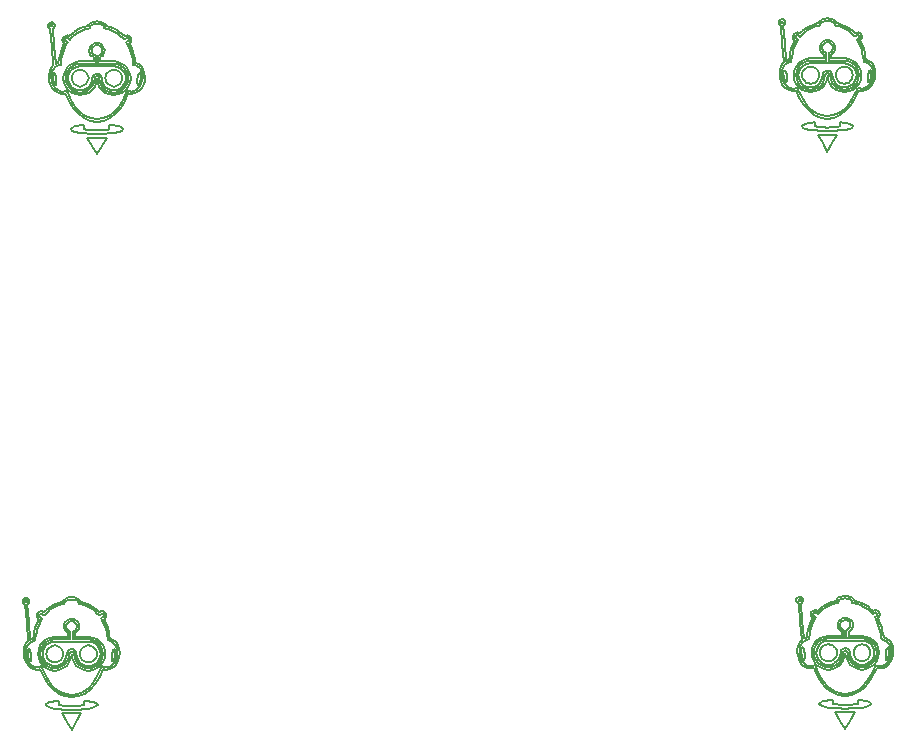
<source format=gbr>
G04 EasyPC Gerber Version 21.0.3 Build 4286 *
G04 #@! TF.Part,Single*
G04 #@! TF.FileFunction,Legend,Bot *
G04 #@! TF.FilePolarity,Positive *
%FSLAX35Y35*%
%MOIN*%
%ADD100C,0.00591*%
X0Y0D02*
D02*
D100*
X45352Y114862D02*
X45434Y114892D01*
X45522Y114908*
X45609Y114891*
X45691Y114862*
X45759Y114811*
X45811Y114742*
X45845Y114659*
X45857Y114572*
X45850Y114502*
X45828Y114435*
X45796Y114380*
X45754Y114333*
X45710Y114300*
X45662Y114270*
X45607Y114245*
X45552Y114220*
X45492Y114237*
X45432Y114254*
X45372Y114281*
X45316Y114314*
X45264Y114362*
X45224Y114422*
X45196Y114495*
X45187Y114572*
X45199Y114659*
X45232Y114742*
X45285Y114811*
X45352Y114862*
X46367Y98768D02*
X46215Y98657D01*
X46127Y98450*
X46043Y98053*
X46023Y97681*
X46032Y97160*
X46077Y96625*
X46159Y96106*
X46275Y95606*
X46386Y95250*
X46556Y94888*
X46685Y94703*
X46861Y94616*
X46879Y94617D02*
X47031Y94728D01*
X47119Y94935*
X47202Y95331*
X47223Y95703*
X47215Y96228*
X47169Y96760*
X47083Y97269*
X46971Y97780*
X46868Y98162*
X46691Y98498*
X46548Y98641*
X46385Y98768*
X53813Y306787D02*
X53895Y306817D01*
X53983Y306833*
X54070Y306817*
X54152Y306787*
X54220Y306736*
X54272Y306667*
X54306Y306585*
X54318Y306497*
X54311Y306427*
X54289Y306360*
X54257Y306306*
X54215Y306259*
X54171Y306225*
X54123Y306195*
X54068Y306170*
X54013Y306145*
X53953Y306162*
X53893Y306179*
X53833Y306206*
X53777Y306239*
X53725Y306287*
X53685Y306347*
X53657Y306420*
X53648Y306497*
X53660Y306585*
X53693Y306667*
X53746Y306736*
X53813Y306787*
X54828Y290693D02*
X54676Y290582D01*
X54588Y290376*
X54504Y289978*
X54484Y289607*
X54493Y289085*
X54538Y288550*
X54620Y288031*
X54736Y287531*
X54847Y287175*
X55017Y286813*
X55146Y286628*
X55322Y286541*
X55096Y94152D02*
X54358Y94287D01*
X53671Y94537*
X53099Y94969*
X52658Y95550*
X52371Y96239*
X52272Y96975*
X52371Y97713*
X52658Y98400*
X53099Y98972*
X53670Y99413*
X54358Y99700*
X55096Y99798*
X55834Y99700*
X56521Y99413*
X57093Y98972*
X57534Y98400*
X57821Y97713*
X57920Y96975*
X57821Y96239*
X57534Y95550*
X57093Y94969*
X56521Y94537*
X55834Y94287*
X55096Y94152*
Y101037D02*
X54035Y100842D01*
X53046Y100482*
X52224Y99860*
X51588Y99024*
X51175Y98032*
X51032Y96974*
X51175Y95914*
X51588Y94925*
X52223Y94102*
X53046Y93466*
X54036Y93053*
X55096Y92911*
X56154Y93053*
X57145Y93466*
X57982Y94102*
X58604Y94925*
X58965Y95913*
X59160Y96974*
X59235Y97379*
X59372Y97755*
X59609Y98069*
X59928Y98311*
X60306Y98469*
X60709Y98523*
X61111Y98469*
X61489Y98311*
X61808Y98069*
X62045Y97755*
X62182Y97379*
X62257Y96974*
X62452Y95913*
X62812Y94925*
X63434Y94102*
X64271Y93466*
X65263Y93053*
X66320Y92910*
X67381Y93053*
X68370Y93466*
X69193Y94102*
X69829Y94925*
X70242Y95914*
X70385Y96974*
X70242Y98032*
X69829Y99024*
X69193Y99860*
X68370Y100482*
X67382Y100842*
X66320Y101037*
X55096*
X55340Y286542D02*
X55493Y286653D01*
X55580Y286860*
X55663Y287256*
X55684Y287628*
X55676Y288153*
X55630Y288685*
X55544Y289194*
X55432Y289705*
X55329Y290087*
X55152Y290423*
X55009Y290566*
X54846Y290693*
X57532Y92806D02*
X56352Y92378D01*
X55096Y92145*
X53834Y92378*
X52660Y92806*
X51682Y93544*
X50926Y94539*
X50435Y95719*
X50266Y96975*
X50435Y98231*
X50926Y99411*
X51682Y100405*
X52660Y101144*
X53834Y101572*
X55096Y101804*
X60325*
Y104485*
X59956Y104630*
X59618Y104822*
X59339Y105091*
X59129Y105422*
X58994Y105802*
X58947Y106202*
X59009Y106661*
X59187Y107091*
X59463Y107447*
X59819Y107722*
X60248Y107901*
X60708Y107963*
X61169Y107901*
X61597Y107722*
X61954Y107447*
X62229Y107091*
X62408Y106661*
X62469Y106202*
X62423Y105802*
X62287Y105422*
X62077Y105090*
X61799Y104821*
X61460Y104630*
X61091Y104485*
Y101804*
X66320*
X67582Y101572*
X68756Y101144*
X69734Y100405*
X70490Y99411*
X70981Y98232*
X71150Y96975*
X70981Y95715*
X70490Y94539*
X69735Y93561*
X68756Y92806*
X67581Y92314*
X66320Y92145*
X65063Y92314*
X63884Y92806*
X62890Y93561*
X62150Y94539*
X61723Y95713*
X61490Y96975*
X61453Y97179*
X61383Y97370*
X61264Y97528*
X61103Y97650*
X60911Y97730*
X60708Y97757*
X60505Y97730*
X60313Y97650*
X60152Y97528*
X60033Y97370*
X59963Y97179*
X59926Y96975*
X59694Y95717*
X59266Y94539*
X58526Y93545*
X57532Y92806*
X59559Y103951D02*
Y102570D01*
X55096*
X53634Y102300*
X52274Y101805*
X51141Y100948*
X50265Y99796*
X49696Y98431*
X49500Y96974*
X49696Y95514*
X50265Y94152*
X51140Y93019*
X52274Y92143*
X53636Y91574*
X55096Y91378*
X56553Y91574*
X57919Y92143*
X59075Y93019*
X59937Y94152*
X60443Y95512*
X60725Y96974*
X60994Y95513*
X61490Y94152*
X62346Y93019*
X63499Y92143*
X64865Y91574*
X66321Y91378*
X67781Y91574*
X69143Y92143*
X70277Y93019*
X71152Y94152*
X71721Y95514*
X71917Y96974*
X71721Y98431*
X71152Y99796*
X70276Y100948*
X69143Y101805*
X67783Y102300*
X66321Y102570*
X61858*
Y103951*
X62241Y104208*
X62587Y104505*
X62863Y104866*
X63064Y105278*
X63193Y105733*
X63236Y106202*
X63147Y106861*
X62891Y107476*
X62495Y107988*
X61983Y108383*
X61369Y108640*
X60709Y108729*
X60049Y108640*
X59435Y108383*
X58922Y107988*
X58527Y107476*
X58271Y106861*
X58182Y106202*
X58224Y105733*
X58353Y105278*
X58555Y104866*
X58831Y104505*
X59176Y104208*
X59559Y103951*
X62211Y115664D02*
X61460Y115809D01*
X60708Y115883*
X59956Y115809*
X59204Y115664*
X58605Y115444*
X58101Y115087*
X57821Y114705*
X57598Y114270*
X56393Y113941*
X55215Y113535*
X54165Y113031*
X53187Y112399*
X52320Y111679*
X51500Y110902*
X51371Y110992*
X51237Y111072*
X51092Y111137*
X50939Y111183*
X50778Y111211*
X50615Y111221*
X50245Y111172*
X49899Y111028*
X49612Y110807*
X49391Y110520*
X49247Y110175*
X49197Y109806*
X49219Y109561*
X49282Y109324*
X49381Y109107*
X49517Y108914*
X49684Y108751*
X49869Y108605*
X49393Y107623*
X48960Y106624*
X48589Y105546*
X48302Y104443*
X48073Y103272*
X47884Y102094*
X47714Y102051*
X47545Y102002*
X47383Y101946*
X47224Y101881*
X47071Y101810*
X46920Y101734*
X46452Y107655*
X45983Y113576*
X46157Y113686*
X46316Y113815*
X46445Y113974*
X46540Y114157*
X46601Y114361*
X46622Y114573*
X46583Y114861*
X46472Y115129*
X46300Y115352*
X46076Y115524*
X45808Y115636*
X45520Y115674*
X45232Y115636*
X44964Y115524*
X44741Y115352*
X44569Y115129*
X44457Y114861*
X44419Y114573*
X44446Y114334*
X44524Y114106*
X44645Y113905*
X44807Y113739*
X45004Y113615*
X45219Y113518*
X45706Y107367*
X46192Y101215*
X45659Y100554*
X45211Y99846*
X44898Y98996*
X44746Y98093*
X44723Y97101*
X44838Y96120*
X45165Y94945*
X45707Y93851*
X46380Y92993*
X47228Y92315*
X48186Y91899*
X49214Y91750*
X49337Y91752*
X49460Y91759*
X49585Y91769*
X49709Y91782*
X49835Y91800*
X49961Y91822*
X50003Y91831*
X50045Y91841*
X50087Y91851*
X50129Y91863*
X50170Y91874*
X50211Y91885*
X51373Y89424*
X52764Y87105*
X54387Y85244*
X56369Y83752*
X58466Y82830*
X60707Y82487*
X62947Y82830*
X65044Y83752*
X67026Y85244*
X68649Y87105*
X70040Y89424*
X71201Y91885*
X71243Y91873*
X71326Y91851*
X71368Y91841*
X71410Y91831*
X71452Y91822*
X71578Y91800*
X71704Y91783*
X71828Y91769*
X71953Y91759*
X72076Y91753*
X72199Y91751*
X73227Y91899*
X74185Y92316*
X75033Y92994*
X75704Y93851*
X76246Y94946*
X76574Y96121*
X76699Y97451*
X76554Y98792*
X76169Y99950*
X75504Y100927*
X74590Y101593*
X73527Y102095*
X73338Y103276*
X73109Y104450*
X72820Y105555*
X72449Y106635*
X72014Y107636*
X71536Y108620*
X71714Y108767*
X71875Y108929*
X72005Y109120*
X72100Y109334*
X72160Y109567*
X72180Y109807*
X72131Y110176*
X71987Y110521*
X71766Y110808*
X71479Y111029*
X71134Y111173*
X70765Y111222*
X70605Y111213*
X70447Y111185*
X70298Y111142*
X70156Y111081*
X70025Y111004*
X69898Y110919*
X69080Y111693*
X68215Y112409*
X67239Y113038*
X66191Y113539*
X65017Y113943*
X63816Y114270*
X63594Y114706*
X63315Y115087*
X62811Y115444*
X62211Y115664*
X63557Y286077D02*
X62819Y286212D01*
X62132Y286462*
X61560Y286894*
X61119Y287475*
X60832Y288165*
X60733Y288900*
X60832Y289638*
X61119Y290326*
X61560Y290897*
X62131Y291338*
X62819Y291625*
X63557Y291723*
X64295Y291625*
X64982Y291338*
X65554Y290897*
X65995Y290326*
X66282Y289638*
X66381Y288900*
X66282Y288165*
X65995Y287475*
X65554Y286894*
X64982Y286462*
X64295Y286212*
X63557Y286077*
Y292963D02*
X62496Y292767D01*
X61507Y292407*
X60685Y291785*
X60049Y290949*
X59636Y289957*
X59493Y288900*
X59636Y287839*
X60049Y286850*
X60684Y286027*
X61507Y285391*
X62497Y284978*
X63557Y284836*
X64615Y284978*
X65606Y285391*
X66443Y286027*
X67065Y286850*
X67426Y287838*
X67621Y288900*
X67696Y289304*
X67833Y289680*
X68070Y289994*
X68389Y290236*
X68767Y290394*
X69170Y290448*
X69572Y290394*
X69950Y290236*
X70269Y289994*
X70506Y289680*
X70643Y289304*
X70718Y288900*
X70913Y287838*
X71273Y286850*
X71895Y286027*
X72732Y285391*
X73724Y284978*
X74781Y284835*
X75842Y284978*
X76831Y285391*
X77654Y286027*
X78290Y286850*
X78703Y287839*
X78846Y288900*
X78703Y289957*
X78290Y290949*
X77654Y291785*
X76831Y292407*
X75843Y292767*
X74781Y292963*
X63557*
X63950Y77151D02*
X62329Y74344D01*
X60708Y71537*
X59087Y74344*
X57466Y77151*
X63950*
X65993Y284731D02*
X64813Y284303D01*
X63557Y284070*
X62295Y284303*
X61121Y284731*
X60143Y285469*
X59387Y286464*
X58896Y287644*
X58727Y288900*
X58896Y290156*
X59387Y291336*
X60143Y292330*
X61121Y293069*
X62295Y293497*
X63557Y293730*
X68786*
Y296411*
X68417Y296555*
X68079Y296747*
X67800Y297016*
X67590Y297347*
X67455Y297728*
X67408Y298127*
X67470Y298587*
X67648Y299016*
X67924Y299372*
X68280Y299647*
X68709Y299826*
X69169Y299888*
X69630Y299826*
X70058Y299647*
X70415Y299372*
X70690Y299016*
X70869Y298587*
X70930Y298127*
X70884Y297727*
X70748Y297347*
X70538Y297015*
X70260Y296746*
X69921Y296555*
X69552Y296411*
Y293730*
X74781*
X76043Y293497*
X77217Y293069*
X78195Y292330*
X78951Y291336*
X79442Y290157*
X79611Y288900*
X79442Y287640*
X78951Y286464*
X78196Y285486*
X77217Y284731*
X76042Y284239*
X74781Y284070*
X73524Y284239*
X72345Y284731*
X71351Y285486*
X70611Y286464*
X70184Y287639*
X69951Y288900*
X69914Y289104*
X69844Y289295*
X69725Y289453*
X69564Y289576*
X69372Y289655*
X69169Y289682*
X68966Y289655*
X68774Y289576*
X68613Y289453*
X68494Y289295*
X68424Y289104*
X68387Y288900*
X68155Y287642*
X67727Y286464*
X66987Y285470*
X65993Y284731*
X66320Y94152D02*
X65582Y94287D01*
X64895Y94537*
X64324Y94969*
X63882Y95550*
X63595Y96239*
X63497Y96975*
X63595Y97713*
X63882Y98400*
X64323Y98972*
X64894Y99413*
X65582Y99700*
X66320Y99798*
X67058Y99699*
X67745Y99413*
X68317Y98972*
X68758Y98400*
X69045Y97713*
X69144Y96975*
X69045Y96239*
X68758Y95550*
X68317Y94969*
X67745Y94537*
X67058Y94287*
X66320Y94152*
X67231Y81029D02*
X66072Y81206D01*
X64889Y81383*
Y79967*
X64603Y79909*
X64317Y79855*
X63568Y79737*
X62815Y79649*
X61763Y79567*
X60708Y79538*
X59653Y79567*
X58600Y79649*
X57848Y79737*
X57099Y79855*
X56812Y79909*
X56526Y79967*
Y81383*
X55343Y81206*
X54184Y81029*
X53407Y80878*
X52625Y80544*
X52257Y80269*
X52059Y79967*
X52407Y79501*
X53240Y79149*
X54909Y78724*
X56343Y78568*
X58456Y78418*
X60708Y78347*
X62960Y78418*
X65073Y78568*
X66507Y78724*
X68176Y79149*
X69008Y79501*
X69356Y79967*
X69158Y80269*
X68790Y80544*
X68008Y80878*
X67231Y81029*
X68020Y295876D02*
Y294495D01*
X63557*
X62095Y294225*
X60735Y293730*
X59602Y292873*
X58726Y291722*
X58157Y290356*
X57961Y288900*
X58157Y287439*
X58726Y286077*
X59601Y284944*
X60735Y284069*
X62097Y283500*
X63557Y283303*
X65014Y283500*
X66380Y284069*
X67536Y284944*
X68398Y286077*
X68904Y287437*
X69186Y288900*
X69456Y287438*
X69951Y286078*
X70807Y284944*
X71960Y284069*
X73326Y283500*
X74782Y283303*
X76243Y283500*
X77604Y284069*
X78738Y284944*
X79613Y286077*
X80182Y287439*
X80378Y288900*
X80182Y290356*
X79613Y291722*
X78737Y292874*
X77604Y293730*
X76244Y294226*
X74782Y294495*
X70319*
Y295876*
X70702Y296133*
X71048Y296430*
X71324Y296791*
X71525Y297204*
X71654Y297658*
X71697Y298127*
X71608Y298786*
X71352Y299401*
X70956Y299913*
X70444Y300308*
X69830Y300565*
X69170Y300654*
X68510Y300565*
X67896Y300308*
X67383Y299913*
X66988Y299402*
X66732Y298786*
X66643Y298127*
X66685Y297658*
X66814Y297204*
X67016Y296791*
X67292Y296430*
X67637Y296133*
X68020Y295876*
X70483Y92145D02*
X69340Y89717D01*
X67958Y87439*
X66430Y85725*
X64571Y84357*
X62699Y83552*
X60707Y83253*
X58716Y83552*
X56844Y84358*
X54985Y85725*
X53457Y87439*
X52075Y89717*
X50931Y92145*
X50812Y92472*
X50693Y92800*
X50019Y92624*
X49982Y92614*
X49946Y92604*
X70483Y92146D02*
X70603Y92474D01*
X70722Y92801*
X71059Y92713*
X71397Y92626*
X71433Y92616*
X71470Y92606*
X71492Y92601*
X71513Y92594*
X71535Y92588*
X71556Y92582*
X71578Y92578*
X71600Y92572*
X71700Y92553*
X71800Y92540*
X71901Y92530*
X72002Y92522*
X72101Y92517*
X72201Y92516*
X73041Y92641*
X73821Y92989*
X74528Y93567*
X75083Y94294*
X75543Y95245*
X75824Y96262*
X75939Y97428*
X75820Y98605*
X75504Y99578*
X74952Y100398*
X74217Y100937*
X73362Y101347*
X72835Y101465*
X72769Y102000*
X72583Y103157*
X72357Y104308*
X72080Y105364*
X71723Y106394*
X71315Y107328*
X70869Y108246*
X70522Y108870*
X71119Y109260*
X71204Y109329*
X71279Y109406*
X71338Y109494*
X71381Y109593*
X71408Y109697*
X71417Y109805*
X71394Y109974*
X71328Y110133*
X71226Y110264*
X71094Y110366*
X70937Y110431*
X70767Y110454*
X70685Y110448*
X70603Y110432*
X70535Y110409*
X70470Y110379*
X70420Y110348*
X70371Y110314*
X70092Y110097*
X69813Y109880*
X69574Y110141*
X69335Y110401*
X68552Y111137*
X67724Y111817*
X66810Y112397*
X65830Y112859*
X64759Y113222*
X63665Y113519*
X63402Y113572*
X63139Y113625*
X63100Y113891*
X63060Y114156*
X62903Y114380*
X62724Y114579*
X62344Y114815*
X61904Y114955*
X61305Y115059*
X60708Y115117*
X60111Y115059*
X59512Y114955*
X59072Y114815*
X58692Y114579*
X58513Y114380*
X58356Y114156*
X58316Y113891*
X58276Y113626*
X58013Y113573*
X57750Y113520*
X56654Y113222*
X55580Y112857*
X54597Y112393*
X53681Y111810*
X52851Y111126*
X52065Y110386*
X51822Y110119*
X51579Y109853*
X51299Y110080*
X51019Y110306*
X50969Y110342*
X50917Y110375*
X50851Y110407*
X50781Y110432*
X50699Y110450*
X50615Y110456*
X50445Y110433*
X50286Y110367*
X50154Y110265*
X50052Y110134*
X49986Y109975*
X49963Y109806*
X49973Y109697*
X50001Y109591*
X50045Y109491*
X50107Y109402*
X50185Y109325*
X50273Y109256*
X50583Y109063*
X50893Y108871*
X50716Y108552*
X50539Y108234*
X50094Y107316*
X49688Y106382*
X49332Y105354*
X49055Y104300*
X48830Y103154*
X48644Y102000*
X48611Y101732*
X48578Y101464*
X48314Y101406*
X48050Y101347*
X47917Y101313*
X47785Y101274*
X47656Y101230*
X47530Y101179*
X47406Y101121*
X47285Y101060*
X47129Y100976*
X46973Y100891*
X46841Y100770*
X46710Y100652*
X46263Y100090*
X45890Y99490*
X45629Y98757*
X45505Y97978*
X45490Y97116*
X45591Y96263*
X45870Y95246*
X46331Y94296*
X46888Y93568*
X47594Y92990*
X48375Y92641*
X49214Y92517*
X49315Y92517*
X49415Y92523*
X49515Y92530*
X49616Y92541*
X49718Y92555*
X49819Y92573*
X49840Y92577*
X49861Y92583*
X49881Y92587*
X49903Y92593*
X49924Y92598*
X49946Y92606*
X70672Y307589D02*
X69921Y307734D01*
X69169Y307808*
X68417Y307734*
X67665Y307589*
X67066Y307369*
X66562Y307013*
X66282Y306630*
X66059Y306195*
X64854Y305866*
X63676Y305460*
X62626Y304956*
X61648Y304324*
X60781Y303604*
X59961Y302827*
X59832Y302917*
X59698Y302998*
X59553Y303062*
X59400Y303108*
X59239Y303137*
X59076Y303146*
X58706Y303097*
X58360Y302953*
X58073Y302732*
X57852Y302445*
X57708Y302100*
X57658Y301731*
X57680Y301486*
X57743Y301249*
X57842Y301033*
X57978Y300839*
X58145Y300676*
X58330Y300530*
X57854Y299548*
X57421Y298549*
X57050Y297472*
X56763Y296369*
X56534Y295198*
X56345Y294020*
X56175Y293976*
X56006Y293927*
X55844Y293871*
X55685Y293807*
X55532Y293735*
X55381Y293659*
X54913Y299580*
X54444Y305502*
X54619Y305611*
X54777Y305740*
X54906Y305899*
X55001Y306082*
X55062Y306287*
X55083Y306498*
X55044Y306786*
X54933Y307054*
X54761Y307278*
X54537Y307450*
X54269Y307561*
X53981Y307600*
X53693Y307561*
X53425Y307449*
X53202Y307277*
X53030Y307054*
X52918Y306786*
X52880Y306498*
X52907Y306259*
X52985Y306031*
X53106Y305830*
X53268Y305664*
X53465Y305541*
X53680Y305443*
X54167Y299292*
X54653Y293140*
X54120Y292479*
X53672Y291771*
X53359Y290921*
X53207Y290018*
X53184Y289026*
X53299Y288045*
X53626Y286870*
X54169Y285776*
X54841Y284919*
X55689Y284241*
X56647Y283824*
X57675Y283676*
X57798Y283677*
X57921Y283684*
X58046Y283694*
X58170Y283707*
X58296Y283725*
X58422Y283747*
X58464Y283756*
X58506Y283766*
X58548Y283776*
X58590Y283788*
X58631Y283799*
X58672Y283810*
X59834Y281349*
X61225Y279030*
X62848Y277170*
X64830Y275677*
X66927Y274755*
X69168Y274413*
X71408Y274755*
X73506Y275677*
X75487Y277170*
X77110Y279030*
X78501Y281349*
X79662Y283810*
X79704Y283798*
X79787Y283776*
X79829Y283766*
X79871Y283756*
X79913Y283747*
X80039Y283725*
X80165Y283708*
X80289Y283694*
X80414Y283684*
X80537Y283678*
X80660Y283676*
X81688Y283824*
X82646Y284241*
X83494Y284919*
X84165Y285776*
X84707Y286871*
X85035Y288046*
X85160Y289376*
X85015Y290717*
X84630Y291875*
X83965Y292852*
X83051Y293518*
X81988Y294020*
X81799Y295201*
X81570Y296375*
X81281Y297480*
X80910Y298560*
X80475Y299561*
X79997Y300545*
X80175Y300692*
X80336Y300854*
X80466Y301046*
X80561Y301259*
X80621Y301492*
X80641Y301732*
X80592Y302101*
X80448Y302446*
X80227Y302733*
X79940Y302954*
X79595Y303098*
X79226Y303147*
X79066Y303138*
X78908Y303110*
X78759Y303067*
X78617Y303006*
X78486Y302930*
X78359Y302844*
X77541Y303618*
X76676Y304335*
X75700Y304963*
X74652Y305464*
X73478Y305868*
X72277Y306195*
X72055Y306631*
X71776Y307013*
X71272Y307369*
X70672Y307589*
X72411Y269076D02*
X70790Y266269D01*
X69169Y263462*
X67548Y266269*
X65927Y269076*
X72411*
X74523Y94616D02*
X74698Y94702D01*
X74828Y94888*
X74998Y95250*
X75109Y95606*
X75224Y96105*
X75307Y96625*
X75352Y97160*
X75361Y97681*
X75341Y98052*
X75256Y98450*
X75169Y98660*
X75015Y98768*
X74781Y286077D02*
X74043Y286212D01*
X73356Y286462*
X72785Y286894*
X72343Y287475*
X72056Y288165*
X71958Y288900*
X72056Y289638*
X72343Y290326*
X72784Y290897*
X73356Y291338*
X74043Y291625*
X74781Y291723*
X75519Y291624*
X76206Y291338*
X76778Y290897*
X77219Y290325*
X77506Y289638*
X77606Y288900*
X77506Y288165*
X77219Y287475*
X76778Y286894*
X76206Y286462*
X75519Y286212*
X74781Y286077*
X74997Y98768D02*
X74834Y98640D01*
X74692Y98497*
X74515Y98161*
X74412Y97780*
X74300Y97269*
X74215Y96760*
X74169Y96228*
X74159Y95703*
X74180Y95331*
X74263Y94935*
X74352Y94727*
X74505Y94617*
X75692Y272954D02*
X74533Y273131D01*
X73350Y273309*
Y271892*
X73064Y271835*
X72778Y271780*
X72029Y271663*
X71276Y271574*
X70224Y271493*
X69169Y271463*
X68114Y271493*
X67061Y271574*
X66309Y271663*
X65560Y271780*
X65273Y271835*
X64987Y271892*
Y273309*
X63804Y273131*
X62645Y272954*
X61868Y272803*
X61086Y272469*
X60718Y272194*
X60520Y271892*
X60869Y271426*
X61701Y271074*
X63370Y270650*
X64804Y270493*
X66917Y270343*
X69169Y270272*
X71421Y270343*
X73534Y270493*
X74968Y270650*
X76637Y271074*
X77469Y271426*
X77817Y271892*
X77619Y272194*
X77251Y272469*
X76469Y272803*
X75692Y272954*
X78944Y284070D02*
X77801Y281642D01*
X76419Y279364*
X74891Y277650*
X73032Y276283*
X71160Y275478*
X69169Y275178*
X67177Y275478*
X65306Y276283*
X63446Y277650*
X61919Y279364*
X60536Y281642*
X59393Y284070*
X59273Y284398*
X59154Y284725*
X58480Y284550*
X58443Y284539*
X58407Y284530*
X78944Y284072D02*
X79064Y284399D01*
X79183Y284726*
X79520Y284639*
X79858Y284551*
X79894Y284541*
X79931Y284531*
X79953Y284526*
X79974Y284519*
X79996Y284513*
X80017Y284507*
X80039Y284503*
X80061Y284497*
X80161Y284478*
X80261Y284465*
X80362Y284456*
X80463Y284447*
X80562Y284442*
X80662Y284441*
X81502Y284567*
X82282Y284914*
X82989Y285493*
X83544Y286220*
X84004Y287170*
X84285Y288187*
X84400Y289353*
X84281Y290530*
X83965Y291503*
X83413Y292324*
X82678Y292862*
X81823Y293272*
X81296Y293390*
X81230Y293925*
X81044Y295083*
X80819Y296233*
X80541Y297289*
X80184Y298320*
X79776Y299254*
X79330Y300171*
X78983Y300795*
X79580Y301185*
X79665Y301254*
X79740Y301331*
X79799Y301420*
X79842Y301518*
X79869Y301622*
X79878Y301730*
X79855Y301899*
X79789Y302058*
X79687Y302189*
X79556Y302291*
X79398Y302357*
X79228Y302380*
X79146Y302374*
X79064Y302357*
X78996Y302335*
X78931Y302304*
X78881Y302273*
X78832Y302239*
X78553Y302022*
X78274Y301805*
X78035Y302066*
X77796Y302326*
X77013Y303063*
X76185Y303743*
X75271Y304322*
X74291Y304784*
X73220Y305148*
X72126Y305444*
X71863Y305497*
X71600Y305550*
X71561Y305816*
X71521Y306081*
X71364Y306305*
X71185Y306504*
X70805Y306740*
X70365Y306880*
X69766Y306984*
X69169Y307042*
X68572Y306984*
X67973Y306880*
X67533Y306740*
X67153Y306504*
X66974Y306306*
X66817Y306081*
X66777Y305817*
X66737Y305551*
X66474Y305498*
X66211Y305445*
X65115Y305147*
X64041Y304782*
X63058Y304318*
X62143Y303735*
X61312Y303051*
X60526Y302311*
X60283Y302044*
X60040Y301778*
X59760Y302005*
X59480Y302231*
X59430Y302267*
X59378Y302300*
X59312Y302332*
X59242Y302357*
X59160Y302375*
X59076Y302381*
X58906Y302358*
X58747Y302292*
X58615Y302190*
X58513Y302059*
X58447Y301900*
X58424Y301731*
X58434Y301622*
X58462Y301516*
X58506Y301417*
X58568Y301327*
X58646Y301250*
X58734Y301181*
X59044Y300989*
X59354Y300796*
X59177Y300478*
X59000Y300159*
X58555Y299241*
X58149Y298307*
X57793Y297279*
X57516Y296225*
X57291Y295079*
X57105Y293925*
X57072Y293657*
X57039Y293389*
X56775Y293331*
X56511Y293272*
X56378Y293238*
X56246Y293200*
X56117Y293156*
X55991Y293104*
X55867Y293046*
X55746Y292985*
X55590Y292901*
X55434Y292816*
X55302Y292696*
X55171Y292577*
X54724Y292015*
X54351Y291415*
X54090Y290682*
X53966Y289904*
X53951Y289041*
X54052Y288188*
X54331Y287171*
X54793Y286221*
X55349Y285493*
X56056Y284915*
X56836Y284567*
X57675Y284442*
X57776Y284443*
X57876Y284448*
X57976Y284456*
X58077Y284466*
X58179Y284480*
X58280Y284498*
X58301Y284502*
X58322Y284508*
X58343Y284512*
X58364Y284519*
X58385Y284524*
X58407Y284531*
X82984Y286541D02*
X83159Y286628D01*
X83289Y286813*
X83459Y287175*
X83570Y287531*
X83685Y288030*
X83768Y288550*
X83813Y289085*
X83822Y289607*
X83802Y289977*
X83717Y290376*
X83630Y290585*
X83476Y290693*
X83458Y290693D02*
X83295Y290565D01*
X83153Y290422*
X82976Y290087*
X82873Y289705*
X82761Y289194*
X82676Y288685*
X82630Y288153*
X82620Y287628*
X82641Y287257*
X82724Y286860*
X82813Y286652*
X82966Y286542*
X297321Y307775D02*
X297402Y307805D01*
X297490Y307821*
X297578Y307805*
X297659Y307775*
X297727Y307724*
X297780Y307655*
X297814Y307573*
X297826Y307485*
X297818Y307415*
X297796Y307348*
X297764Y307294*
X297723Y307247*
X297678Y307213*
X297631Y307183*
X297575Y307158*
X297520Y307133*
X297460Y307150*
X297401Y307167*
X297341Y307194*
X297285Y307227*
X297233Y307275*
X297193Y307335*
X297165Y307408*
X297156Y307485*
X297167Y307573*
X297201Y307655*
X297253Y307724*
X297321Y307775*
X298335Y291681D02*
X298183Y291570D01*
X298095Y291364*
X298012Y290967*
X297991Y290595*
X298000Y290073*
X298045Y289538*
X298128Y289019*
X298244Y288519*
X298355Y288163*
X298524Y287801*
X298654Y287616*
X298829Y287530*
X298847Y287530D02*
X299000Y287641D01*
X299087Y287848*
X299171Y288244*
X299192Y288617*
X299183Y289141*
X299138Y289673*
X299052Y290183*
X298939Y290693*
X298836Y291075*
X298659Y291411*
X298517Y291554*
X298354Y291681*
X303226Y115256D02*
X303308Y115285D01*
X303396Y115302*
X303483Y115285*
X303565Y115256*
X303633Y115204*
X303685Y115135*
X303719Y115053*
X303731Y114966*
X303724Y114896*
X303702Y114828*
X303670Y114774*
X303628Y114727*
X303584Y114693*
X303536Y114664*
X303481Y114639*
X303426Y114613*
X303366Y114631*
X303306Y114648*
X303246Y114674*
X303190Y114707*
X303138Y114756*
X303098Y114815*
X303070Y114889*
X303061Y114966*
X303073Y115053*
X303106Y115135*
X303159Y115204*
X303226Y115256*
X304241Y99161D02*
X304089Y99051D01*
X304001Y98844*
X303917Y98447*
X303897Y98075*
X303906Y97554*
X303951Y97019*
X304033Y96499*
X304149Y95999*
X304260Y95644*
X304430Y95281*
X304559Y95096*
X304735Y95010*
X304753Y95011D02*
X304906Y95121D01*
X304993Y95328*
X305076Y95725*
X305097Y96097*
X305089Y96622*
X305043Y97154*
X304957Y97663*
X304845Y98174*
X304742Y98556*
X304565Y98891*
X304422Y99034*
X304259Y99162*
X307065Y287065D02*
X306326Y287200D01*
X305639Y287450*
X305068Y287882*
X304626Y288463*
X304340Y289153*
X304241Y289889*
X304340Y290626*
X304626Y291314*
X305067Y291885*
X305639Y292326*
X306326Y292613*
X307065Y292711*
X307803Y292613*
X308490Y292326*
X309061Y291885*
X309503Y291314*
X309790Y290626*
X309889Y289889*
X309790Y289153*
X309503Y288463*
X309061Y287882*
X308490Y287450*
X307803Y287200*
X307065Y287065*
Y293951D02*
X306003Y293756D01*
X305015Y293395*
X304192Y292774*
X303556Y291937*
X303143Y290945*
X303001Y289888*
X303143Y288827*
X303556Y287838*
X304192Y287015*
X305015Y286380*
X306004Y285966*
X307065Y285824*
X308122Y285967*
X309114Y286380*
X309951Y287015*
X310573Y287838*
X310933Y288826*
X311129Y289888*
X311203Y290292*
X311341Y290669*
X311578Y290982*
X311896Y291224*
X312274Y291382*
X312677Y291436*
X313080Y291382*
X313458Y291224*
X313776Y290982*
X314013Y290669*
X314151Y290292*
X314225Y289888*
X314421Y288826*
X314781Y287838*
X315402Y287015*
X316239Y286380*
X317231Y285966*
X318289Y285824*
X319350Y285967*
X320339Y286380*
X321162Y287015*
X321797Y287838*
X322211Y288827*
X322353Y289888*
X322211Y290945*
X321797Y291937*
X321161Y292774*
X320339Y293395*
X319350Y293756*
X318289Y293951*
X307065*
X309500Y285719D02*
X308320Y285291D01*
X307065Y285058*
X305803Y285291*
X304628Y285719*
X303650Y286457*
X302895Y287452*
X302404Y288633*
X302235Y289889*
X302404Y291144*
X302895Y292324*
X303650Y293319*
X304628Y294057*
X305803Y294485*
X307065Y294718*
X312294*
Y297399*
X311925Y297543*
X311586Y297735*
X311308Y298004*
X311098Y298335*
X310962Y298716*
X310916Y299115*
X310977Y299575*
X311156Y300004*
X311431Y300361*
X311788Y300635*
X312216Y300815*
X312677Y300876*
X313137Y300815*
X313566Y300635*
X313922Y300361*
X314198Y300004*
X314376Y299575*
X314438Y299115*
X314391Y298715*
X314256Y298335*
X314046Y298004*
X313767Y297735*
X313429Y297543*
X313060Y297399*
Y294718*
X318289*
X319550Y294485*
X320725Y294057*
X321703Y293318*
X322458Y292324*
X322950Y291145*
X323119Y289889*
X322950Y288628*
X322458Y287452*
X321703Y286474*
X320725Y285719*
X319549Y285228*
X318289Y285058*
X317031Y285228*
X315853Y285719*
X314858Y286474*
X314119Y287452*
X313691Y288627*
X313459Y289889*
X313421Y290093*
X313352Y290283*
X313232Y290441*
X313071Y290564*
X312880Y290643*
X312677Y290670*
X312473Y290643*
X312282Y290564*
X312121Y290441*
X312001Y290283*
X311932Y290093*
X311894Y289889*
X311662Y288630*
X311234Y287452*
X310495Y286458*
X309500Y285719*
X311528Y296864D02*
Y295483D01*
X307065*
X305603Y295213*
X304243Y294718*
X303109Y293861*
X302234Y292710*
X301665Y291344*
X301469Y289888*
X301665Y288428*
X302233Y287065*
X303109Y285932*
X304242Y285057*
X305604Y284488*
X307065Y284291*
X308522Y284488*
X309888Y285057*
X311043Y285932*
X311905Y287065*
X312411Y288426*
X312693Y289888*
X312963Y288426*
X313459Y287066*
X314315Y285933*
X315467Y285057*
X316833Y284488*
X318289Y284291*
X319750Y284488*
X321112Y285057*
X322245Y285932*
X323120Y287065*
X323689Y288428*
X323885Y289888*
X323690Y291344*
X323120Y292710*
X322245Y293862*
X321112Y294718*
X319751Y295214*
X318289Y295483*
X313826*
Y296864*
X314209Y297122*
X314555Y297419*
X314831Y297780*
X315033Y298192*
X315161Y298646*
X315205Y299115*
X315116Y299774*
X314859Y300389*
X314464Y300901*
X313952Y301296*
X313337Y301554*
X312678Y301642*
X312017Y301554*
X311403Y301296*
X310891Y300902*
X310496Y300390*
X310239Y299774*
X310150Y299115*
X310193Y298646*
X310322Y298192*
X310523Y297780*
X310799Y297419*
X311145Y297122*
X311528Y296864*
X312970Y94545D02*
X312232Y94680D01*
X311545Y94930*
X310973Y95362*
X310532Y95943*
X310245Y96633*
X310146Y97369*
X310245Y98106*
X310532Y98794*
X310973Y99366*
X311544Y99807*
X312232Y100093*
X312970Y100192*
X313708Y100093*
X314395Y99807*
X314967Y99366*
X315408Y98794*
X315695Y98106*
X315794Y97369*
X315695Y96633*
X315408Y95943*
X314967Y95362*
X314395Y94930*
X313708Y94680*
X312970Y94545*
Y101431D02*
X311909Y101236D01*
X310920Y100876*
X310098Y100254*
X309462Y99417*
X309049Y98426*
X308906Y97368*
X309049Y96307*
X309462Y95319*
X310097Y94495*
X310920Y93860*
X311910Y93446*
X312970Y93304*
X314028Y93447*
X315019Y93860*
X315856Y94496*
X316478Y95319*
X316839Y96307*
X317034Y97368*
X317109Y97772*
X317246Y98149*
X317483Y98462*
X317802Y98705*
X318180Y98862*
X318583Y98917*
X318985Y98862*
X319363Y98705*
X319682Y98462*
X319919Y98149*
X320056Y97772*
X320131Y97368*
X320326Y96307*
X320686Y95319*
X321308Y94496*
X322145Y93860*
X323137Y93446*
X324194Y93304*
X325255Y93447*
X326244Y93860*
X327067Y94495*
X327703Y95319*
X328116Y96307*
X328259Y97368*
X328116Y98426*
X327703Y99417*
X327067Y100254*
X326244Y100876*
X325256Y101236*
X324194Y101431*
X312970*
X314180Y308578D02*
X313428Y308722D01*
X312677Y308796*
X311924Y308722*
X311173Y308578*
X310573Y308357*
X310069Y308001*
X309789Y307618*
X309567Y307183*
X308362Y306854*
X307184Y306448*
X306133Y305944*
X305155Y305313*
X304289Y304593*
X303469Y303815*
X303340Y303905*
X303206Y303986*
X303060Y304050*
X302908Y304096*
X302747Y304125*
X302583Y304135*
X302213Y304085*
X301867Y303941*
X301580Y303720*
X301359Y303433*
X301215Y303089*
X301166Y302719*
X301187Y302474*
X301251Y302237*
X301350Y302021*
X301485Y301828*
X301652Y301665*
X301838Y301519*
X301362Y300537*
X300928Y299537*
X300558Y298460*
X300270Y297357*
X300042Y296186*
X299853Y295008*
X299683Y294964*
X299514Y294915*
X299351Y294859*
X299192Y294795*
X299039Y294723*
X298888Y294647*
X298420Y300569*
X297952Y306490*
X298126Y306600*
X298285Y306728*
X298413Y306887*
X298508Y307070*
X298570Y307275*
X298590Y307486*
X298552Y307774*
X298440Y308043*
X298268Y308266*
X298045Y308438*
X297777Y308550*
X297489Y308588*
X297201Y308549*
X296932Y308437*
X296709Y308265*
X296537Y308042*
X296426Y307774*
X296387Y307486*
X296414Y307247*
X296492Y307019*
X296613Y306818*
X296775Y306652*
X296972Y306529*
X297188Y306431*
X297674Y300280*
X298161Y294128*
X297627Y293467*
X297179Y292759*
X296867Y291909*
X296715Y291006*
X296691Y290015*
X296806Y289033*
X297133Y287859*
X297676Y286764*
X298348Y285907*
X299196Y285229*
X300154Y284812*
X301183Y284664*
X301306Y284665*
X301428Y284672*
X301553Y284683*
X301677Y284696*
X301804Y284713*
X301930Y284735*
X301972Y284744*
X302014Y284754*
X302056Y284764*
X302097Y284776*
X302138Y284787*
X302180Y284798*
X303342Y282337*
X304732Y280019*
X306355Y278158*
X308337Y276665*
X310435Y275743*
X312675Y275401*
X314916Y275743*
X317013Y276665*
X318995Y278158*
X320618Y280019*
X322008Y282337*
X323169Y284798*
X323211Y284787*
X323294Y284765*
X323336Y284754*
X323378Y284744*
X323420Y284735*
X323546Y284713*
X323673Y284696*
X323797Y284683*
X323922Y284672*
X324044Y284666*
X324167Y284665*
X325195Y284812*
X326153Y285229*
X327001Y285907*
X327672Y286765*
X328214Y287859*
X328543Y289034*
X328667Y290364*
X328522Y291705*
X328137Y292863*
X327473Y293841*
X326559Y294506*
X325495Y295009*
X325307Y296189*
X325078Y297363*
X324789Y298469*
X324417Y299548*
X323982Y300550*
X323504Y301533*
X323683Y301680*
X323844Y301843*
X323974Y302034*
X324068Y302247*
X324128Y302480*
X324149Y302720*
X324099Y303089*
X323956Y303435*
X323735Y303721*
X323448Y303942*
X323102Y304086*
X322733Y304135*
X322573Y304126*
X322416Y304098*
X322267Y304055*
X322125Y303994*
X321994Y303918*
X321867Y303833*
X321048Y304606*
X320183Y305323*
X319207Y305951*
X318159Y306452*
X316985Y306856*
X315785Y307183*
X315562Y307619*
X315283Y308001*
X314779Y308357*
X314180Y308578*
X315406Y93199D02*
X314226Y92771D01*
X312970Y92539*
X311708Y92771*
X310534Y93199*
X309556Y93938*
X308800Y94933*
X308309Y96113*
X308140Y97369*
X308309Y98624*
X308800Y99804*
X309556Y100799*
X310534Y101538*
X311708Y101965*
X312970Y102198*
X318199*
Y104879*
X317830Y105024*
X317492Y105215*
X317213Y105484*
X317003Y105816*
X316868Y106196*
X316821Y106595*
X316883Y107055*
X317061Y107484*
X317337Y107841*
X317693Y108116*
X318122Y108295*
X318582Y108356*
X319043Y108295*
X319471Y108116*
X319828Y107841*
X320103Y107484*
X320282Y107055*
X320343Y106595*
X320297Y106196*
X320161Y105815*
X319951Y105484*
X319673Y105215*
X319334Y105024*
X318965Y104879*
Y102198*
X324194*
X325456Y101965*
X326630Y101538*
X327608Y100798*
X328364Y99804*
X328855Y98626*
X329024Y97369*
X328855Y96108*
X328364Y94933*
X327609Y93954*
X326630Y93199*
X325455Y92708*
X324194Y92539*
X322937Y92708*
X321758Y93199*
X320764Y93955*
X320024Y94933*
X319597Y96107*
X319364Y97369*
X319327Y97573*
X319257Y97763*
X319138Y97922*
X318977Y98044*
X318785Y98124*
X318582Y98151*
X318379Y98123*
X318187Y98044*
X318026Y97922*
X317907Y97763*
X317837Y97573*
X317800Y97369*
X317568Y96111*
X317140Y94933*
X316400Y93939*
X315406Y93199*
X315919Y270065D02*
X314298Y267257D01*
X312677Y264450*
X311056Y267257*
X309435Y270065*
X315919*
X317433Y104344D02*
Y102963D01*
X312970*
X311508Y102694*
X310148Y102198*
X309015Y101342*
X308139Y100190*
X307570Y98824*
X307374Y97368*
X307570Y95908*
X308139Y94546*
X309014Y93412*
X310148Y92537*
X311510Y91968*
X312970Y91772*
X314427Y91968*
X315793Y92537*
X316949Y93413*
X317811Y94546*
X318317Y95906*
X318599Y97368*
X318869Y95907*
X319364Y94546*
X320220Y93413*
X321373Y92537*
X322739Y91968*
X324195Y91772*
X325656Y91968*
X327017Y92537*
X328151Y93412*
X329026Y94546*
X329595Y95908*
X329791Y97368*
X329595Y98824*
X329026Y100190*
X328150Y101342*
X327017Y102198*
X325657Y102694*
X324195Y102963*
X319732*
Y104344*
X320115Y104602*
X320461Y104899*
X320737Y105260*
X320938Y105672*
X321067Y106126*
X321110Y106595*
X321021Y107254*
X320765Y107870*
X320369Y108381*
X319857Y108777*
X319243Y109034*
X318583Y109122*
X317923Y109034*
X317309Y108777*
X316796Y108382*
X316401Y107870*
X316145Y107254*
X316056Y106595*
X316098Y106126*
X316227Y105672*
X316429Y105260*
X316705Y104899*
X317050Y104602*
X317433Y104344*
X318289Y287065D02*
X317551Y287200D01*
X316863Y287450*
X316292Y287882*
X315851Y288463*
X315564Y289153*
X315465Y289889*
X315564Y290626*
X315850Y291314*
X316292Y291885*
X316863Y292326*
X317550Y292613*
X318289Y292711*
X319027Y292613*
X319713Y292326*
X320285Y291885*
X320727Y291313*
X321014Y290626*
X321113Y289889*
X321014Y289153*
X320727Y288463*
X320285Y287882*
X319713Y287450*
X319027Y287200*
X318289Y287065*
X319199Y273942D02*
X318041Y274119D01*
X316857Y274297*
Y272880*
X316571Y272823*
X316285Y272769*
X315537Y272651*
X314784Y272563*
X313731Y272481*
X312677Y272451*
X311622Y272481*
X310569Y272563*
X309816Y272651*
X309067Y272769*
X308781Y272823*
X308495Y272880*
Y274297*
X307311Y274119*
X306153Y273943*
X305376Y273791*
X304594Y273457*
X304226Y273182*
X304027Y272880*
X304376Y272414*
X305208Y272062*
X306877Y271638*
X308311Y271481*
X310425Y271331*
X312677Y271260*
X314928Y271331*
X317041Y271481*
X318475Y271638*
X320144Y272062*
X320976Y272414*
X321325Y272880*
X321126Y273182*
X320758Y273457*
X319976Y273791*
X319199Y273942*
X320085Y116058D02*
X319334Y116202D01*
X318582Y116277*
X317830Y116202*
X317078Y116058*
X316479Y115837*
X315975Y115481*
X315695Y115098*
X315472Y114663*
X314267Y114334*
X313089Y113928*
X312039Y113424*
X311061Y112793*
X310194Y112073*
X309374Y111296*
X309245Y111385*
X309111Y111466*
X308966Y111530*
X308813Y111576*
X308652Y111605*
X308489Y111615*
X308119Y111565*
X307773Y111422*
X307486Y111200*
X307265Y110914*
X307121Y110569*
X307071Y110199*
X307093Y109955*
X307156Y109718*
X307255Y109501*
X307391Y109308*
X307558Y109145*
X307743Y108999*
X307267Y108017*
X306834Y107017*
X306463Y105940*
X306176Y104837*
X305947Y103666*
X305758Y102488*
X305588Y102444*
X305419Y102396*
X305257Y102340*
X305098Y102275*
X304945Y102204*
X304794Y102128*
X304326Y108049*
X303857Y113970*
X304031Y114080*
X304190Y114208*
X304319Y114367*
X304414Y114551*
X304475Y114755*
X304496Y114967*
X304457Y115254*
X304346Y115523*
X304174Y115746*
X303950Y115918*
X303682Y116030*
X303394Y116068*
X303106Y116030*
X302838Y115918*
X302615Y115746*
X302443Y115522*
X302331Y115254*
X302293Y114967*
X302320Y114728*
X302398Y114499*
X302519Y114298*
X302681Y114132*
X302878Y114009*
X303093Y113912*
X303580Y107760*
X304066Y101609*
X303533Y100948*
X303085Y100239*
X302772Y99390*
X302620Y98486*
X302597Y97495*
X302712Y96514*
X303039Y95339*
X303581Y94244*
X304254Y93387*
X305102Y92709*
X306060Y92293*
X307088Y92144*
X307211Y92145*
X307334Y92152*
X307459Y92163*
X307583Y92176*
X307709Y92193*
X307835Y92216*
X307877Y92225*
X307919Y92234*
X307961Y92244*
X308003Y92256*
X308044Y92267*
X308085Y92279*
X309247Y89818*
X310638Y87499*
X312261Y85638*
X314243Y84146*
X316340Y83223*
X318581Y82881*
X320821Y83223*
X322919Y84146*
X324900Y85638*
X326523Y87499*
X327914Y89818*
X329075Y92278*
X329117Y92267*
X329200Y92245*
X329242Y92234*
X329284Y92225*
X329326Y92216*
X329452Y92194*
X329578Y92176*
X329702Y92163*
X329827Y92153*
X329950Y92146*
X330073Y92145*
X331101Y92293*
X332059Y92709*
X332907Y93387*
X333578Y94245*
X334120Y95339*
X334448Y96515*
X334573Y97844*
X334428Y99185*
X334043Y100344*
X333378Y101321*
X332464Y101987*
X331401Y102489*
X331212Y103670*
X330983Y104843*
X330694Y105949*
X330323Y107028*
X329888Y108030*
X329410Y109014*
X329588Y109160*
X329749Y109323*
X329879Y109514*
X329974Y109728*
X330034Y109961*
X330054Y110200*
X330005Y110570*
X329861Y110915*
X329640Y111202*
X329353Y111422*
X329008Y111567*
X328639Y111616*
X328479Y111607*
X328321Y111579*
X328172Y111535*
X328030Y111474*
X327899Y111398*
X327772Y111313*
X326954Y112087*
X326089Y112803*
X325113Y113431*
X324065Y113933*
X322891Y114336*
X321690Y114664*
X321468Y115099*
X321189Y115481*
X320685Y115838*
X320085Y116058*
X321824Y77545D02*
X320203Y74738D01*
X318582Y71930*
X316961Y74738*
X315340Y77545*
X321824*
X322452Y285058D02*
X321308Y282630D01*
X319926Y280352*
X318398Y278638*
X316539Y277271*
X314668Y276466*
X312676Y276166*
X310684Y276466*
X308813Y277271*
X306954Y278638*
X305426Y280352*
X304044Y282630*
X302900Y285058*
X302781Y285386*
X302661Y285713*
X301987Y285538*
X301951Y285528*
X301914Y285518*
X322452Y285060D02*
X322571Y285387D01*
X322691Y285715*
X323028Y285627*
X323366Y285539*
X323402Y285529*
X323439Y285520*
X323460Y285514*
X323481Y285507*
X323503Y285501*
X323524Y285495*
X323546Y285491*
X323569Y285485*
X323669Y285467*
X323769Y285454*
X323869Y285444*
X323970Y285435*
X324070Y285430*
X324170Y285429*
X325009Y285555*
X325789Y285902*
X326496Y286481*
X327052Y287208*
X327512Y288158*
X327793Y289175*
X327907Y290341*
X327788Y291519*
X327472Y292491*
X326920Y293312*
X326185Y293850*
X325330Y294260*
X324804Y294378*
X324737Y294913*
X324552Y296071*
X324326Y297222*
X324048Y298278*
X323691Y299308*
X323284Y300242*
X322837Y301159*
X322491Y301783*
X323087Y302174*
X323172Y302243*
X323248Y302320*
X323307Y302408*
X323350Y302506*
X323376Y302611*
X323385Y302718*
X323362Y302887*
X323296Y303046*
X323195Y303178*
X323063Y303279*
X322905Y303345*
X322735Y303368*
X322653Y303362*
X322572Y303346*
X322504Y303323*
X322439Y303292*
X322389Y303261*
X322340Y303227*
X322061Y303010*
X321781Y302793*
X321543Y303054*
X321304Y303314*
X320520Y304051*
X319692Y304731*
X318778Y305311*
X317798Y305772*
X316727Y306136*
X315633Y306432*
X315371Y306485*
X315108Y306539*
X315068Y306804*
X315028Y307069*
X314871Y307293*
X314693Y307493*
X314313Y307728*
X313872Y307868*
X313274Y307972*
X312677Y308030*
X312080Y307972*
X311481Y307868*
X311041Y307728*
X310661Y307493*
X310481Y307294*
X310324Y307070*
X310284Y306805*
X310244Y306539*
X309981Y306486*
X309719Y306433*
X308622Y306135*
X307549Y305770*
X306566Y305306*
X305650Y304723*
X304819Y304039*
X304034Y303299*
X303791Y303033*
X303548Y302767*
X303267Y302993*
X302987Y303219*
X302937Y303256*
X302885Y303289*
X302819Y303320*
X302750Y303345*
X302667Y303363*
X302583Y303369*
X302413Y303346*
X302255Y303280*
X302123Y303178*
X302021Y303047*
X301955Y302889*
X301932Y302719*
X301941Y302610*
X301969Y302504*
X302014Y302405*
X302075Y302315*
X302154Y302238*
X302241Y302169*
X302551Y301977*
X302861Y301785*
X302685Y301466*
X302508Y301147*
X302063Y300230*
X301657Y299296*
X301300Y298267*
X301023Y297213*
X300798Y296067*
X300613Y294913*
X300580Y294645*
X300546Y294378*
X300283Y294319*
X300019Y294260*
X299886Y294226*
X299754Y294188*
X299624Y294144*
X299498Y294092*
X299375Y294035*
X299253Y293974*
X299097Y293889*
X298941Y293804*
X298810Y293684*
X298678Y293565*
X298232Y293004*
X297859Y292403*
X297597Y291670*
X297473Y290892*
X297458Y290030*
X297559Y289176*
X297839Y288159*
X298300Y287209*
X298857Y286481*
X299563Y285903*
X300343Y285555*
X301183Y285430*
X301283Y285431*
X301383Y285436*
X301484Y285444*
X301585Y285454*
X301686Y285468*
X301787Y285486*
X301808Y285491*
X301829Y285496*
X301850Y285500*
X301871Y285507*
X301893Y285512*
X301914Y285519*
X324194Y94545D02*
X323456Y94680D01*
X322769Y94930*
X322198Y95362*
X321756Y95943*
X321469Y96633*
X321371Y97369*
X321469Y98106*
X321756Y98794*
X322197Y99366*
X322769Y99807*
X323456Y100093*
X324194Y100192*
X324932Y100093*
X325619Y99807*
X326191Y99366*
X326632Y98794*
X326919Y98106*
X327019Y97369*
X326919Y96633*
X326632Y95943*
X326191Y95362*
X325619Y94930*
X324932Y94681*
X324194Y94545*
X325105Y81422D02*
X323946Y81599D01*
X322763Y81777*
Y80360*
X322477Y80303*
X322191Y80249*
X321442Y80131*
X320689Y80043*
X319637Y79961*
X318582Y79931*
X317527Y79961*
X316474Y80043*
X315722Y80131*
X314973Y80249*
X314686Y80303*
X314400Y80360*
Y81777*
X313217Y81600*
X312058Y81423*
X311281Y81272*
X310499Y80937*
X310131Y80662*
X309933Y80360*
X310281Y79894*
X311114Y79543*
X312783Y79118*
X314217Y78962*
X316330Y78811*
X318582Y78741*
X320834Y78811*
X322947Y78962*
X324381Y79118*
X326050Y79543*
X326882Y79894*
X327230Y80360*
X327032Y80662*
X326664Y80937*
X325882Y81271*
X325105Y81422*
X326492Y287530D02*
X326667Y287616D01*
X326797Y287801*
X326966Y288163*
X327077Y288519*
X327193Y289019*
X327276Y289538*
X327320Y290074*
X327330Y290595*
X327309Y290965*
X327225Y291364*
X327137Y291574*
X326983Y291681*
X326965Y291681D02*
X326803Y291554D01*
X326661Y291411*
X326484Y291075*
X326381Y290693*
X326269Y290183*
X326183Y289673*
X326137Y289141*
X326128Y288617*
X326148Y288245*
X326232Y287848*
X326320Y287640*
X326473Y287530*
X328357Y92539D02*
X327214Y90110D01*
X325832Y87832*
X324304Y86119*
X322445Y84751*
X320573Y83946*
X318581Y83646*
X316590Y83946*
X314719Y84752*
X312859Y86119*
X311331Y87833*
X309949Y90111*
X308806Y92539*
X308686Y92866*
X308567Y93194*
X307893Y93018*
X307856Y93008*
X307820Y92998*
X328357Y92540D02*
X328477Y92867D01*
X328596Y93195*
X328933Y93107*
X329271Y93019*
X329307Y93009*
X329344Y93000*
X329366Y92994*
X329387Y92987*
X329409Y92981*
X329430Y92976*
X329452Y92971*
X329474Y92965*
X329574Y92947*
X329674Y92934*
X329775Y92924*
X329876Y92916*
X329975Y92910*
X330075Y92909*
X330915Y93035*
X331695Y93383*
X332402Y93961*
X332957Y94688*
X333417Y95639*
X333698Y96656*
X333813Y97822*
X333694Y98999*
X333378Y99972*
X332826Y100792*
X332091Y101331*
X331236Y101741*
X330709Y101859*
X330643Y102393*
X330457Y103551*
X330231Y104702*
X329954Y105758*
X329597Y106788*
X329189Y107722*
X328743Y108640*
X328396Y109263*
X328993Y109654*
X329078Y109723*
X329153Y109800*
X329212Y109888*
X329255Y109987*
X329282Y110091*
X329291Y110198*
X329268Y110368*
X329202Y110526*
X329100Y110658*
X328969Y110759*
X328811Y110825*
X328641Y110848*
X328559Y110842*
X328477Y110826*
X328409Y110803*
X328344Y110772*
X328294Y110741*
X328245Y110707*
X327966Y110491*
X327687Y110274*
X327448Y110534*
X327209Y110794*
X326426Y111531*
X325598Y112211*
X324684Y112791*
X323704Y113252*
X322633Y113616*
X321539Y113913*
X321276Y113966*
X321013Y114019*
X320974Y114284*
X320934Y114549*
X320777Y114774*
X320598Y114973*
X320218Y115208*
X319778Y115348*
X319179Y115453*
X318582Y115511*
X317985Y115453*
X317386Y115348*
X316946Y115208*
X316566Y114973*
X316387Y114774*
X316230Y114550*
X316190Y114285*
X316150Y114020*
X315887Y113967*
X315624Y113913*
X314528Y113616*
X313454Y113250*
X312471Y112787*
X311556Y112204*
X310725Y111520*
X309939Y110780*
X309696Y110513*
X309453Y110247*
X309173Y110473*
X308893Y110700*
X308843Y110736*
X308791Y110769*
X308725Y110801*
X308655Y110826*
X308573Y110843*
X308489Y110849*
X308319Y110827*
X308160Y110760*
X308028Y110659*
X307926Y110528*
X307860Y110369*
X307837Y110200*
X307847Y110091*
X307875Y109984*
X307919Y109885*
X307981Y109796*
X308059Y109719*
X308147Y109650*
X308457Y109457*
X308767Y109265*
X308590Y108946*
X308413Y108628*
X307968Y107710*
X307562Y106776*
X307206Y105747*
X306929Y104694*
X306704Y103547*
X306518Y102393*
X306485Y102126*
X306452Y101858*
X306188Y101799*
X305924Y101741*
X305791Y101706*
X305659Y101668*
X305530Y101624*
X305404Y101572*
X305280Y101515*
X305159Y101454*
X305003Y101369*
X304847Y101284*
X304715Y101164*
X304584Y101045*
X304137Y100484*
X303764Y99883*
X303503Y99151*
X303379Y98372*
X303364Y97510*
X303465Y96656*
X303744Y95639*
X304206Y94689*
X304762Y93962*
X305469Y93383*
X306249Y93035*
X307088Y92910*
X307189Y92911*
X307289Y92917*
X307389Y92924*
X307490Y92935*
X307592Y92948*
X307693Y92967*
X307714Y92971*
X307735Y92977*
X307756Y92980*
X307777Y92987*
X307798Y92992*
X307820Y92999*
X332397Y95010D02*
X332572Y95096D01*
X332702Y95281*
X332872Y95644*
X332983Y95999*
X333098Y96499*
X333181Y97019*
X333226Y97554*
X333235Y98075*
X333215Y98445*
X333130Y98844*
X333043Y99054*
X332889Y99161*
X332871Y99162D02*
X332708Y99034D01*
X332566Y98891*
X332389Y98555*
X332286Y98173*
X332174Y97663*
X332089Y97154*
X332043Y96621*
X332033Y96097*
X332054Y95725*
X332137Y95328*
X332226Y95120*
X332379Y95011*
X0Y0D02*
M02*

</source>
